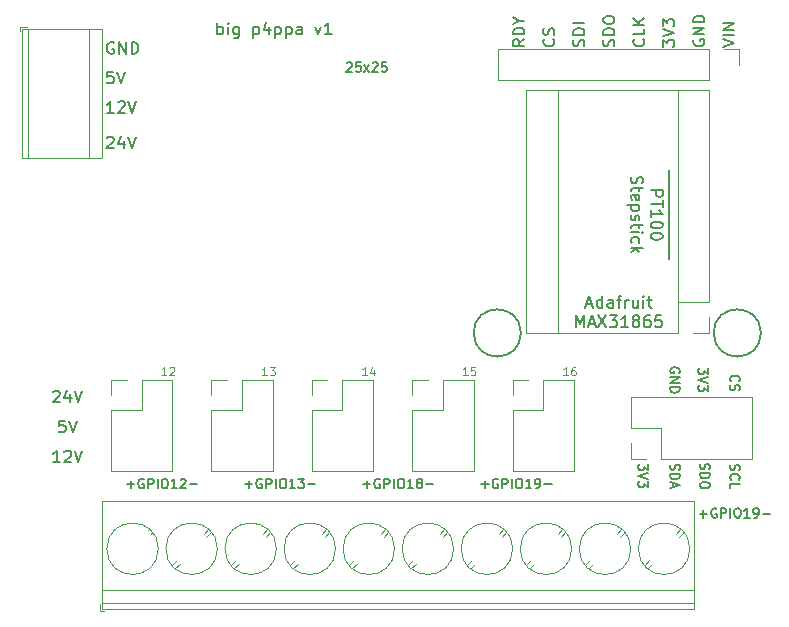
<source format=gbr>
%TF.GenerationSoftware,KiCad,Pcbnew,(5.1.9)-1*%
%TF.CreationDate,2021-03-07T19:12:45-05:00*%
%TF.ProjectId,bigp4ppa,62696770-3470-4706-912e-6b696361645f,rev?*%
%TF.SameCoordinates,Original*%
%TF.FileFunction,Legend,Top*%
%TF.FilePolarity,Positive*%
%FSLAX46Y46*%
G04 Gerber Fmt 4.6, Leading zero omitted, Abs format (unit mm)*
G04 Created by KiCad (PCBNEW (5.1.9)-1) date 2021-03-07 19:12:45*
%MOMM*%
%LPD*%
G01*
G04 APERTURE LIST*
%ADD10C,0.110000*%
%ADD11C,0.130000*%
%ADD12C,0.150000*%
%ADD13C,0.152400*%
%ADD14C,0.120000*%
%ADD15C,0.203200*%
G04 APERTURE END LIST*
D10*
X117328666Y-81666666D02*
X116928666Y-81666666D01*
X117128666Y-81666666D02*
X117128666Y-80966666D01*
X117062000Y-81066666D01*
X116995333Y-81133333D01*
X116928666Y-81166666D01*
X117928666Y-80966666D02*
X117795333Y-80966666D01*
X117728666Y-81000000D01*
X117695333Y-81033333D01*
X117628666Y-81133333D01*
X117595333Y-81266666D01*
X117595333Y-81533333D01*
X117628666Y-81600000D01*
X117662000Y-81633333D01*
X117728666Y-81666666D01*
X117862000Y-81666666D01*
X117928666Y-81633333D01*
X117962000Y-81600000D01*
X117995333Y-81533333D01*
X117995333Y-81366666D01*
X117962000Y-81300000D01*
X117928666Y-81266666D01*
X117862000Y-81233333D01*
X117728666Y-81233333D01*
X117662000Y-81266666D01*
X117628666Y-81300000D01*
X117595333Y-81366666D01*
X108828666Y-81666666D02*
X108428666Y-81666666D01*
X108628666Y-81666666D02*
X108628666Y-80966666D01*
X108562000Y-81066666D01*
X108495333Y-81133333D01*
X108428666Y-81166666D01*
X109462000Y-80966666D02*
X109128666Y-80966666D01*
X109095333Y-81300000D01*
X109128666Y-81266666D01*
X109195333Y-81233333D01*
X109362000Y-81233333D01*
X109428666Y-81266666D01*
X109462000Y-81300000D01*
X109495333Y-81366666D01*
X109495333Y-81533333D01*
X109462000Y-81600000D01*
X109428666Y-81633333D01*
X109362000Y-81666666D01*
X109195333Y-81666666D01*
X109128666Y-81633333D01*
X109095333Y-81600000D01*
X100328666Y-81666666D02*
X99928666Y-81666666D01*
X100128666Y-81666666D02*
X100128666Y-80966666D01*
X100062000Y-81066666D01*
X99995333Y-81133333D01*
X99928666Y-81166666D01*
X100928666Y-81200000D02*
X100928666Y-81666666D01*
X100762000Y-80933333D02*
X100595333Y-81433333D01*
X101028666Y-81433333D01*
X91828666Y-81666666D02*
X91428666Y-81666666D01*
X91628666Y-81666666D02*
X91628666Y-80966666D01*
X91562000Y-81066666D01*
X91495333Y-81133333D01*
X91428666Y-81166666D01*
X92062000Y-80966666D02*
X92495333Y-80966666D01*
X92262000Y-81233333D01*
X92362000Y-81233333D01*
X92428666Y-81266666D01*
X92462000Y-81300000D01*
X92495333Y-81366666D01*
X92495333Y-81533333D01*
X92462000Y-81600000D01*
X92428666Y-81633333D01*
X92362000Y-81666666D01*
X92162000Y-81666666D01*
X92095333Y-81633333D01*
X92062000Y-81600000D01*
X83328666Y-81666666D02*
X82928666Y-81666666D01*
X83128666Y-81666666D02*
X83128666Y-80966666D01*
X83062000Y-81066666D01*
X82995333Y-81133333D01*
X82928666Y-81166666D01*
X83595333Y-81033333D02*
X83628666Y-81000000D01*
X83695333Y-80966666D01*
X83862000Y-80966666D01*
X83928666Y-81000000D01*
X83962000Y-81033333D01*
X83995333Y-81100000D01*
X83995333Y-81166666D01*
X83962000Y-81266666D01*
X83562000Y-81666666D01*
X83995333Y-81666666D01*
D11*
X128490571Y-93407142D02*
X129100095Y-93407142D01*
X128795333Y-93711904D02*
X128795333Y-93102380D01*
X129900095Y-92950000D02*
X129823904Y-92911904D01*
X129709619Y-92911904D01*
X129595333Y-92950000D01*
X129519142Y-93026190D01*
X129481047Y-93102380D01*
X129442952Y-93254761D01*
X129442952Y-93369047D01*
X129481047Y-93521428D01*
X129519142Y-93597619D01*
X129595333Y-93673809D01*
X129709619Y-93711904D01*
X129785809Y-93711904D01*
X129900095Y-93673809D01*
X129938190Y-93635714D01*
X129938190Y-93369047D01*
X129785809Y-93369047D01*
X130281047Y-93711904D02*
X130281047Y-92911904D01*
X130585809Y-92911904D01*
X130662000Y-92950000D01*
X130700095Y-92988095D01*
X130738190Y-93064285D01*
X130738190Y-93178571D01*
X130700095Y-93254761D01*
X130662000Y-93292857D01*
X130585809Y-93330952D01*
X130281047Y-93330952D01*
X131081047Y-93711904D02*
X131081047Y-92911904D01*
X131614380Y-92911904D02*
X131766761Y-92911904D01*
X131842952Y-92950000D01*
X131919142Y-93026190D01*
X131957238Y-93178571D01*
X131957238Y-93445238D01*
X131919142Y-93597619D01*
X131842952Y-93673809D01*
X131766761Y-93711904D01*
X131614380Y-93711904D01*
X131538190Y-93673809D01*
X131462000Y-93597619D01*
X131423904Y-93445238D01*
X131423904Y-93178571D01*
X131462000Y-93026190D01*
X131538190Y-92950000D01*
X131614380Y-92911904D01*
X132719142Y-93711904D02*
X132262000Y-93711904D01*
X132490571Y-93711904D02*
X132490571Y-92911904D01*
X132414380Y-93026190D01*
X132338190Y-93102380D01*
X132262000Y-93140476D01*
X133100095Y-93711904D02*
X133252476Y-93711904D01*
X133328666Y-93673809D01*
X133366761Y-93635714D01*
X133442952Y-93521428D01*
X133481047Y-93369047D01*
X133481047Y-93064285D01*
X133442952Y-92988095D01*
X133404857Y-92950000D01*
X133328666Y-92911904D01*
X133176285Y-92911904D01*
X133100095Y-92950000D01*
X133062000Y-92988095D01*
X133023904Y-93064285D01*
X133023904Y-93254761D01*
X133062000Y-93330952D01*
X133100095Y-93369047D01*
X133176285Y-93407142D01*
X133328666Y-93407142D01*
X133404857Y-93369047D01*
X133442952Y-93330952D01*
X133481047Y-93254761D01*
X133823904Y-93407142D02*
X134433428Y-93407142D01*
X109990571Y-90907142D02*
X110600095Y-90907142D01*
X110295333Y-91211904D02*
X110295333Y-90602380D01*
X111400095Y-90450000D02*
X111323904Y-90411904D01*
X111209619Y-90411904D01*
X111095333Y-90450000D01*
X111019142Y-90526190D01*
X110981047Y-90602380D01*
X110942952Y-90754761D01*
X110942952Y-90869047D01*
X110981047Y-91021428D01*
X111019142Y-91097619D01*
X111095333Y-91173809D01*
X111209619Y-91211904D01*
X111285809Y-91211904D01*
X111400095Y-91173809D01*
X111438190Y-91135714D01*
X111438190Y-90869047D01*
X111285809Y-90869047D01*
X111781047Y-91211904D02*
X111781047Y-90411904D01*
X112085809Y-90411904D01*
X112162000Y-90450000D01*
X112200095Y-90488095D01*
X112238190Y-90564285D01*
X112238190Y-90678571D01*
X112200095Y-90754761D01*
X112162000Y-90792857D01*
X112085809Y-90830952D01*
X111781047Y-90830952D01*
X112581047Y-91211904D02*
X112581047Y-90411904D01*
X113114380Y-90411904D02*
X113266761Y-90411904D01*
X113342952Y-90450000D01*
X113419142Y-90526190D01*
X113457238Y-90678571D01*
X113457238Y-90945238D01*
X113419142Y-91097619D01*
X113342952Y-91173809D01*
X113266761Y-91211904D01*
X113114380Y-91211904D01*
X113038190Y-91173809D01*
X112962000Y-91097619D01*
X112923904Y-90945238D01*
X112923904Y-90678571D01*
X112962000Y-90526190D01*
X113038190Y-90450000D01*
X113114380Y-90411904D01*
X114219142Y-91211904D02*
X113762000Y-91211904D01*
X113990571Y-91211904D02*
X113990571Y-90411904D01*
X113914380Y-90526190D01*
X113838190Y-90602380D01*
X113762000Y-90640476D01*
X114600095Y-91211904D02*
X114752476Y-91211904D01*
X114828666Y-91173809D01*
X114866761Y-91135714D01*
X114942952Y-91021428D01*
X114981047Y-90869047D01*
X114981047Y-90564285D01*
X114942952Y-90488095D01*
X114904857Y-90450000D01*
X114828666Y-90411904D01*
X114676285Y-90411904D01*
X114600095Y-90450000D01*
X114562000Y-90488095D01*
X114523904Y-90564285D01*
X114523904Y-90754761D01*
X114562000Y-90830952D01*
X114600095Y-90869047D01*
X114676285Y-90907142D01*
X114828666Y-90907142D01*
X114904857Y-90869047D01*
X114942952Y-90830952D01*
X114981047Y-90754761D01*
X115323904Y-90907142D02*
X115933428Y-90907142D01*
X99990571Y-90907142D02*
X100600095Y-90907142D01*
X100295333Y-91211904D02*
X100295333Y-90602380D01*
X101400095Y-90450000D02*
X101323904Y-90411904D01*
X101209619Y-90411904D01*
X101095333Y-90450000D01*
X101019142Y-90526190D01*
X100981047Y-90602380D01*
X100942952Y-90754761D01*
X100942952Y-90869047D01*
X100981047Y-91021428D01*
X101019142Y-91097619D01*
X101095333Y-91173809D01*
X101209619Y-91211904D01*
X101285809Y-91211904D01*
X101400095Y-91173809D01*
X101438190Y-91135714D01*
X101438190Y-90869047D01*
X101285809Y-90869047D01*
X101781047Y-91211904D02*
X101781047Y-90411904D01*
X102085809Y-90411904D01*
X102162000Y-90450000D01*
X102200095Y-90488095D01*
X102238190Y-90564285D01*
X102238190Y-90678571D01*
X102200095Y-90754761D01*
X102162000Y-90792857D01*
X102085809Y-90830952D01*
X101781047Y-90830952D01*
X102581047Y-91211904D02*
X102581047Y-90411904D01*
X103114380Y-90411904D02*
X103266761Y-90411904D01*
X103342952Y-90450000D01*
X103419142Y-90526190D01*
X103457238Y-90678571D01*
X103457238Y-90945238D01*
X103419142Y-91097619D01*
X103342952Y-91173809D01*
X103266761Y-91211904D01*
X103114380Y-91211904D01*
X103038190Y-91173809D01*
X102962000Y-91097619D01*
X102923904Y-90945238D01*
X102923904Y-90678571D01*
X102962000Y-90526190D01*
X103038190Y-90450000D01*
X103114380Y-90411904D01*
X104219142Y-91211904D02*
X103762000Y-91211904D01*
X103990571Y-91211904D02*
X103990571Y-90411904D01*
X103914380Y-90526190D01*
X103838190Y-90602380D01*
X103762000Y-90640476D01*
X104676285Y-90754761D02*
X104600095Y-90716666D01*
X104562000Y-90678571D01*
X104523904Y-90602380D01*
X104523904Y-90564285D01*
X104562000Y-90488095D01*
X104600095Y-90450000D01*
X104676285Y-90411904D01*
X104828666Y-90411904D01*
X104904857Y-90450000D01*
X104942952Y-90488095D01*
X104981047Y-90564285D01*
X104981047Y-90602380D01*
X104942952Y-90678571D01*
X104904857Y-90716666D01*
X104828666Y-90754761D01*
X104676285Y-90754761D01*
X104600095Y-90792857D01*
X104562000Y-90830952D01*
X104523904Y-90907142D01*
X104523904Y-91059523D01*
X104562000Y-91135714D01*
X104600095Y-91173809D01*
X104676285Y-91211904D01*
X104828666Y-91211904D01*
X104904857Y-91173809D01*
X104942952Y-91135714D01*
X104981047Y-91059523D01*
X104981047Y-90907142D01*
X104942952Y-90830952D01*
X104904857Y-90792857D01*
X104828666Y-90754761D01*
X105323904Y-90907142D02*
X105933428Y-90907142D01*
X89990571Y-90907142D02*
X90600095Y-90907142D01*
X90295333Y-91211904D02*
X90295333Y-90602380D01*
X91400095Y-90450000D02*
X91323904Y-90411904D01*
X91209619Y-90411904D01*
X91095333Y-90450000D01*
X91019142Y-90526190D01*
X90981047Y-90602380D01*
X90942952Y-90754761D01*
X90942952Y-90869047D01*
X90981047Y-91021428D01*
X91019142Y-91097619D01*
X91095333Y-91173809D01*
X91209619Y-91211904D01*
X91285809Y-91211904D01*
X91400095Y-91173809D01*
X91438190Y-91135714D01*
X91438190Y-90869047D01*
X91285809Y-90869047D01*
X91781047Y-91211904D02*
X91781047Y-90411904D01*
X92085809Y-90411904D01*
X92162000Y-90450000D01*
X92200095Y-90488095D01*
X92238190Y-90564285D01*
X92238190Y-90678571D01*
X92200095Y-90754761D01*
X92162000Y-90792857D01*
X92085809Y-90830952D01*
X91781047Y-90830952D01*
X92581047Y-91211904D02*
X92581047Y-90411904D01*
X93114380Y-90411904D02*
X93266761Y-90411904D01*
X93342952Y-90450000D01*
X93419142Y-90526190D01*
X93457238Y-90678571D01*
X93457238Y-90945238D01*
X93419142Y-91097619D01*
X93342952Y-91173809D01*
X93266761Y-91211904D01*
X93114380Y-91211904D01*
X93038190Y-91173809D01*
X92962000Y-91097619D01*
X92923904Y-90945238D01*
X92923904Y-90678571D01*
X92962000Y-90526190D01*
X93038190Y-90450000D01*
X93114380Y-90411904D01*
X94219142Y-91211904D02*
X93762000Y-91211904D01*
X93990571Y-91211904D02*
X93990571Y-90411904D01*
X93914380Y-90526190D01*
X93838190Y-90602380D01*
X93762000Y-90640476D01*
X94485809Y-90411904D02*
X94981047Y-90411904D01*
X94714380Y-90716666D01*
X94828666Y-90716666D01*
X94904857Y-90754761D01*
X94942952Y-90792857D01*
X94981047Y-90869047D01*
X94981047Y-91059523D01*
X94942952Y-91135714D01*
X94904857Y-91173809D01*
X94828666Y-91211904D01*
X94600095Y-91211904D01*
X94523904Y-91173809D01*
X94485809Y-91135714D01*
X95323904Y-90907142D02*
X95933428Y-90907142D01*
X79990571Y-90907142D02*
X80600095Y-90907142D01*
X80295333Y-91211904D02*
X80295333Y-90602380D01*
X81400095Y-90450000D02*
X81323904Y-90411904D01*
X81209619Y-90411904D01*
X81095333Y-90450000D01*
X81019142Y-90526190D01*
X80981047Y-90602380D01*
X80942952Y-90754761D01*
X80942952Y-90869047D01*
X80981047Y-91021428D01*
X81019142Y-91097619D01*
X81095333Y-91173809D01*
X81209619Y-91211904D01*
X81285809Y-91211904D01*
X81400095Y-91173809D01*
X81438190Y-91135714D01*
X81438190Y-90869047D01*
X81285809Y-90869047D01*
X81781047Y-91211904D02*
X81781047Y-90411904D01*
X82085809Y-90411904D01*
X82162000Y-90450000D01*
X82200095Y-90488095D01*
X82238190Y-90564285D01*
X82238190Y-90678571D01*
X82200095Y-90754761D01*
X82162000Y-90792857D01*
X82085809Y-90830952D01*
X81781047Y-90830952D01*
X82581047Y-91211904D02*
X82581047Y-90411904D01*
X83114380Y-90411904D02*
X83266761Y-90411904D01*
X83342952Y-90450000D01*
X83419142Y-90526190D01*
X83457238Y-90678571D01*
X83457238Y-90945238D01*
X83419142Y-91097619D01*
X83342952Y-91173809D01*
X83266761Y-91211904D01*
X83114380Y-91211904D01*
X83038190Y-91173809D01*
X82962000Y-91097619D01*
X82923904Y-90945238D01*
X82923904Y-90678571D01*
X82962000Y-90526190D01*
X83038190Y-90450000D01*
X83114380Y-90411904D01*
X84219142Y-91211904D02*
X83762000Y-91211904D01*
X83990571Y-91211904D02*
X83990571Y-90411904D01*
X83914380Y-90526190D01*
X83838190Y-90602380D01*
X83762000Y-90640476D01*
X84523904Y-90488095D02*
X84562000Y-90450000D01*
X84638190Y-90411904D01*
X84828666Y-90411904D01*
X84904857Y-90450000D01*
X84942952Y-90488095D01*
X84981047Y-90564285D01*
X84981047Y-90640476D01*
X84942952Y-90754761D01*
X84485809Y-91211904D01*
X84981047Y-91211904D01*
X85323904Y-90907142D02*
X85933428Y-90907142D01*
X129158095Y-81071523D02*
X129158095Y-81566761D01*
X128853333Y-81300095D01*
X128853333Y-81414380D01*
X128815238Y-81490571D01*
X128777142Y-81528666D01*
X128700952Y-81566761D01*
X128510476Y-81566761D01*
X128434285Y-81528666D01*
X128396190Y-81490571D01*
X128358095Y-81414380D01*
X128358095Y-81185809D01*
X128396190Y-81109619D01*
X128434285Y-81071523D01*
X129158095Y-81795333D02*
X128358095Y-82062000D01*
X129158095Y-82328666D01*
X129158095Y-82519142D02*
X129158095Y-83014380D01*
X128853333Y-82747714D01*
X128853333Y-82862000D01*
X128815238Y-82938190D01*
X128777142Y-82976285D01*
X128700952Y-83014380D01*
X128510476Y-83014380D01*
X128434285Y-82976285D01*
X128396190Y-82938190D01*
X128358095Y-82862000D01*
X128358095Y-82633428D01*
X128396190Y-82557238D01*
X128434285Y-82519142D01*
D12*
X125887380Y-64240476D02*
X125887380Y-65002380D01*
X125887380Y-65002380D02*
X125887380Y-65764285D01*
X125887380Y-65764285D02*
X125887380Y-66526190D01*
X125887380Y-66526190D02*
X125887380Y-67288095D01*
X125887380Y-67288095D02*
X125887380Y-68050000D01*
X125887380Y-68050000D02*
X125887380Y-68811904D01*
X125887380Y-68811904D02*
X125887380Y-69573809D01*
X125887380Y-69573809D02*
X125887380Y-70335714D01*
X125887380Y-70335714D02*
X125887380Y-71097619D01*
X125887380Y-71097619D02*
X125887380Y-71859523D01*
X124332619Y-65978571D02*
X125332619Y-65978571D01*
X125332619Y-66359523D01*
X125285000Y-66454761D01*
X125237380Y-66502380D01*
X125142142Y-66550000D01*
X124999285Y-66550000D01*
X124904047Y-66502380D01*
X124856428Y-66454761D01*
X124808809Y-66359523D01*
X124808809Y-65978571D01*
X125332619Y-66835714D02*
X125332619Y-67407142D01*
X124332619Y-67121428D02*
X125332619Y-67121428D01*
X124332619Y-68264285D02*
X124332619Y-67692857D01*
X124332619Y-67978571D02*
X125332619Y-67978571D01*
X125189761Y-67883333D01*
X125094523Y-67788095D01*
X125046904Y-67692857D01*
X125332619Y-68883333D02*
X125332619Y-68978571D01*
X125285000Y-69073809D01*
X125237380Y-69121428D01*
X125142142Y-69169047D01*
X124951666Y-69216666D01*
X124713571Y-69216666D01*
X124523095Y-69169047D01*
X124427857Y-69121428D01*
X124380238Y-69073809D01*
X124332619Y-68978571D01*
X124332619Y-68883333D01*
X124380238Y-68788095D01*
X124427857Y-68740476D01*
X124523095Y-68692857D01*
X124713571Y-68645238D01*
X124951666Y-68645238D01*
X125142142Y-68692857D01*
X125237380Y-68740476D01*
X125285000Y-68788095D01*
X125332619Y-68883333D01*
X125332619Y-69835714D02*
X125332619Y-69930952D01*
X125285000Y-70026190D01*
X125237380Y-70073809D01*
X125142142Y-70121428D01*
X124951666Y-70169047D01*
X124713571Y-70169047D01*
X124523095Y-70121428D01*
X124427857Y-70073809D01*
X124380238Y-70026190D01*
X124332619Y-69930952D01*
X124332619Y-69835714D01*
X124380238Y-69740476D01*
X124427857Y-69692857D01*
X124523095Y-69645238D01*
X124713571Y-69597619D01*
X124951666Y-69597619D01*
X125142142Y-69645238D01*
X125237380Y-69692857D01*
X125285000Y-69740476D01*
X125332619Y-69835714D01*
X122730238Y-64835714D02*
X122682619Y-64978571D01*
X122682619Y-65216666D01*
X122730238Y-65311904D01*
X122777857Y-65359523D01*
X122873095Y-65407142D01*
X122968333Y-65407142D01*
X123063571Y-65359523D01*
X123111190Y-65311904D01*
X123158809Y-65216666D01*
X123206428Y-65026190D01*
X123254047Y-64930952D01*
X123301666Y-64883333D01*
X123396904Y-64835714D01*
X123492142Y-64835714D01*
X123587380Y-64883333D01*
X123635000Y-64930952D01*
X123682619Y-65026190D01*
X123682619Y-65264285D01*
X123635000Y-65407142D01*
X123349285Y-65692857D02*
X123349285Y-66073809D01*
X123682619Y-65835714D02*
X122825476Y-65835714D01*
X122730238Y-65883333D01*
X122682619Y-65978571D01*
X122682619Y-66073809D01*
X122730238Y-66788095D02*
X122682619Y-66692857D01*
X122682619Y-66502380D01*
X122730238Y-66407142D01*
X122825476Y-66359523D01*
X123206428Y-66359523D01*
X123301666Y-66407142D01*
X123349285Y-66502380D01*
X123349285Y-66692857D01*
X123301666Y-66788095D01*
X123206428Y-66835714D01*
X123111190Y-66835714D01*
X123015952Y-66359523D01*
X123349285Y-67264285D02*
X122349285Y-67264285D01*
X123301666Y-67264285D02*
X123349285Y-67359523D01*
X123349285Y-67550000D01*
X123301666Y-67645238D01*
X123254047Y-67692857D01*
X123158809Y-67740476D01*
X122873095Y-67740476D01*
X122777857Y-67692857D01*
X122730238Y-67645238D01*
X122682619Y-67550000D01*
X122682619Y-67359523D01*
X122730238Y-67264285D01*
X122730238Y-68121428D02*
X122682619Y-68216666D01*
X122682619Y-68407142D01*
X122730238Y-68502380D01*
X122825476Y-68550000D01*
X122873095Y-68550000D01*
X122968333Y-68502380D01*
X123015952Y-68407142D01*
X123015952Y-68264285D01*
X123063571Y-68169047D01*
X123158809Y-68121428D01*
X123206428Y-68121428D01*
X123301666Y-68169047D01*
X123349285Y-68264285D01*
X123349285Y-68407142D01*
X123301666Y-68502380D01*
X123349285Y-68835714D02*
X123349285Y-69216666D01*
X123682619Y-68978571D02*
X122825476Y-68978571D01*
X122730238Y-69026190D01*
X122682619Y-69121428D01*
X122682619Y-69216666D01*
X122682619Y-69550000D02*
X123349285Y-69550000D01*
X123682619Y-69550000D02*
X123635000Y-69502380D01*
X123587380Y-69550000D01*
X123635000Y-69597619D01*
X123682619Y-69550000D01*
X123587380Y-69550000D01*
X122730238Y-70454761D02*
X122682619Y-70359523D01*
X122682619Y-70169047D01*
X122730238Y-70073809D01*
X122777857Y-70026190D01*
X122873095Y-69978571D01*
X123158809Y-69978571D01*
X123254047Y-70026190D01*
X123301666Y-70073809D01*
X123349285Y-70169047D01*
X123349285Y-70359523D01*
X123301666Y-70454761D01*
X122682619Y-70883333D02*
X123682619Y-70883333D01*
X123063571Y-70978571D02*
X122682619Y-71264285D01*
X123349285Y-71264285D02*
X122968333Y-70883333D01*
X118895714Y-75646666D02*
X119371904Y-75646666D01*
X118800476Y-75932380D02*
X119133809Y-74932380D01*
X119467142Y-75932380D01*
X120229047Y-75932380D02*
X120229047Y-74932380D01*
X120229047Y-75884761D02*
X120133809Y-75932380D01*
X119943333Y-75932380D01*
X119848095Y-75884761D01*
X119800476Y-75837142D01*
X119752857Y-75741904D01*
X119752857Y-75456190D01*
X119800476Y-75360952D01*
X119848095Y-75313333D01*
X119943333Y-75265714D01*
X120133809Y-75265714D01*
X120229047Y-75313333D01*
X121133809Y-75932380D02*
X121133809Y-75408571D01*
X121086190Y-75313333D01*
X120990952Y-75265714D01*
X120800476Y-75265714D01*
X120705238Y-75313333D01*
X121133809Y-75884761D02*
X121038571Y-75932380D01*
X120800476Y-75932380D01*
X120705238Y-75884761D01*
X120657619Y-75789523D01*
X120657619Y-75694285D01*
X120705238Y-75599047D01*
X120800476Y-75551428D01*
X121038571Y-75551428D01*
X121133809Y-75503809D01*
X121467142Y-75265714D02*
X121848095Y-75265714D01*
X121610000Y-75932380D02*
X121610000Y-75075238D01*
X121657619Y-74980000D01*
X121752857Y-74932380D01*
X121848095Y-74932380D01*
X122181428Y-75932380D02*
X122181428Y-75265714D01*
X122181428Y-75456190D02*
X122229047Y-75360952D01*
X122276666Y-75313333D01*
X122371904Y-75265714D01*
X122467142Y-75265714D01*
X123229047Y-75265714D02*
X123229047Y-75932380D01*
X122800476Y-75265714D02*
X122800476Y-75789523D01*
X122848095Y-75884761D01*
X122943333Y-75932380D01*
X123086190Y-75932380D01*
X123181428Y-75884761D01*
X123229047Y-75837142D01*
X123705238Y-75932380D02*
X123705238Y-75265714D01*
X123705238Y-74932380D02*
X123657619Y-74980000D01*
X123705238Y-75027619D01*
X123752857Y-74980000D01*
X123705238Y-74932380D01*
X123705238Y-75027619D01*
X124038571Y-75265714D02*
X124419523Y-75265714D01*
X124181428Y-74932380D02*
X124181428Y-75789523D01*
X124229047Y-75884761D01*
X124324285Y-75932380D01*
X124419523Y-75932380D01*
X117990952Y-77582380D02*
X117990952Y-76582380D01*
X118324285Y-77296666D01*
X118657619Y-76582380D01*
X118657619Y-77582380D01*
X119086190Y-77296666D02*
X119562380Y-77296666D01*
X118990952Y-77582380D02*
X119324285Y-76582380D01*
X119657619Y-77582380D01*
X119895714Y-76582380D02*
X120562380Y-77582380D01*
X120562380Y-76582380D02*
X119895714Y-77582380D01*
X120848095Y-76582380D02*
X121467142Y-76582380D01*
X121133809Y-76963333D01*
X121276666Y-76963333D01*
X121371904Y-77010952D01*
X121419523Y-77058571D01*
X121467142Y-77153809D01*
X121467142Y-77391904D01*
X121419523Y-77487142D01*
X121371904Y-77534761D01*
X121276666Y-77582380D01*
X120990952Y-77582380D01*
X120895714Y-77534761D01*
X120848095Y-77487142D01*
X122419523Y-77582380D02*
X121848095Y-77582380D01*
X122133809Y-77582380D02*
X122133809Y-76582380D01*
X122038571Y-76725238D01*
X121943333Y-76820476D01*
X121848095Y-76868095D01*
X122990952Y-77010952D02*
X122895714Y-76963333D01*
X122848095Y-76915714D01*
X122800476Y-76820476D01*
X122800476Y-76772857D01*
X122848095Y-76677619D01*
X122895714Y-76630000D01*
X122990952Y-76582380D01*
X123181428Y-76582380D01*
X123276666Y-76630000D01*
X123324285Y-76677619D01*
X123371904Y-76772857D01*
X123371904Y-76820476D01*
X123324285Y-76915714D01*
X123276666Y-76963333D01*
X123181428Y-77010952D01*
X122990952Y-77010952D01*
X122895714Y-77058571D01*
X122848095Y-77106190D01*
X122800476Y-77201428D01*
X122800476Y-77391904D01*
X122848095Y-77487142D01*
X122895714Y-77534761D01*
X122990952Y-77582380D01*
X123181428Y-77582380D01*
X123276666Y-77534761D01*
X123324285Y-77487142D01*
X123371904Y-77391904D01*
X123371904Y-77201428D01*
X123324285Y-77106190D01*
X123276666Y-77058571D01*
X123181428Y-77010952D01*
X124229047Y-76582380D02*
X124038571Y-76582380D01*
X123943333Y-76630000D01*
X123895714Y-76677619D01*
X123800476Y-76820476D01*
X123752857Y-77010952D01*
X123752857Y-77391904D01*
X123800476Y-77487142D01*
X123848095Y-77534761D01*
X123943333Y-77582380D01*
X124133809Y-77582380D01*
X124229047Y-77534761D01*
X124276666Y-77487142D01*
X124324285Y-77391904D01*
X124324285Y-77153809D01*
X124276666Y-77058571D01*
X124229047Y-77010952D01*
X124133809Y-76963333D01*
X123943333Y-76963333D01*
X123848095Y-77010952D01*
X123800476Y-77058571D01*
X123752857Y-77153809D01*
X125229047Y-76582380D02*
X124752857Y-76582380D01*
X124705238Y-77058571D01*
X124752857Y-77010952D01*
X124848095Y-76963333D01*
X125086190Y-76963333D01*
X125181428Y-77010952D01*
X125229047Y-77058571D01*
X125276666Y-77153809D01*
X125276666Y-77391904D01*
X125229047Y-77487142D01*
X125181428Y-77534761D01*
X125086190Y-77582380D01*
X124848095Y-77582380D01*
X124752857Y-77534761D01*
X124705238Y-77487142D01*
X87652476Y-52802380D02*
X87652476Y-51802380D01*
X87652476Y-52183333D02*
X87747714Y-52135714D01*
X87938190Y-52135714D01*
X88033428Y-52183333D01*
X88081047Y-52230952D01*
X88128666Y-52326190D01*
X88128666Y-52611904D01*
X88081047Y-52707142D01*
X88033428Y-52754761D01*
X87938190Y-52802380D01*
X87747714Y-52802380D01*
X87652476Y-52754761D01*
X88557238Y-52802380D02*
X88557238Y-52135714D01*
X88557238Y-51802380D02*
X88509619Y-51850000D01*
X88557238Y-51897619D01*
X88604857Y-51850000D01*
X88557238Y-51802380D01*
X88557238Y-51897619D01*
X89462000Y-52135714D02*
X89462000Y-52945238D01*
X89414380Y-53040476D01*
X89366761Y-53088095D01*
X89271523Y-53135714D01*
X89128666Y-53135714D01*
X89033428Y-53088095D01*
X89462000Y-52754761D02*
X89366761Y-52802380D01*
X89176285Y-52802380D01*
X89081047Y-52754761D01*
X89033428Y-52707142D01*
X88985809Y-52611904D01*
X88985809Y-52326190D01*
X89033428Y-52230952D01*
X89081047Y-52183333D01*
X89176285Y-52135714D01*
X89366761Y-52135714D01*
X89462000Y-52183333D01*
X90700095Y-52135714D02*
X90700095Y-53135714D01*
X90700095Y-52183333D02*
X90795333Y-52135714D01*
X90985809Y-52135714D01*
X91081047Y-52183333D01*
X91128666Y-52230952D01*
X91176285Y-52326190D01*
X91176285Y-52611904D01*
X91128666Y-52707142D01*
X91081047Y-52754761D01*
X90985809Y-52802380D01*
X90795333Y-52802380D01*
X90700095Y-52754761D01*
X92033428Y-52135714D02*
X92033428Y-52802380D01*
X91795333Y-51754761D02*
X91557238Y-52469047D01*
X92176285Y-52469047D01*
X92557238Y-52135714D02*
X92557238Y-53135714D01*
X92557238Y-52183333D02*
X92652476Y-52135714D01*
X92842952Y-52135714D01*
X92938190Y-52183333D01*
X92985809Y-52230952D01*
X93033428Y-52326190D01*
X93033428Y-52611904D01*
X92985809Y-52707142D01*
X92938190Y-52754761D01*
X92842952Y-52802380D01*
X92652476Y-52802380D01*
X92557238Y-52754761D01*
X93462000Y-52135714D02*
X93462000Y-53135714D01*
X93462000Y-52183333D02*
X93557238Y-52135714D01*
X93747714Y-52135714D01*
X93842952Y-52183333D01*
X93890571Y-52230952D01*
X93938190Y-52326190D01*
X93938190Y-52611904D01*
X93890571Y-52707142D01*
X93842952Y-52754761D01*
X93747714Y-52802380D01*
X93557238Y-52802380D01*
X93462000Y-52754761D01*
X94795333Y-52802380D02*
X94795333Y-52278571D01*
X94747714Y-52183333D01*
X94652476Y-52135714D01*
X94462000Y-52135714D01*
X94366761Y-52183333D01*
X94795333Y-52754761D02*
X94700095Y-52802380D01*
X94462000Y-52802380D01*
X94366761Y-52754761D01*
X94319142Y-52659523D01*
X94319142Y-52564285D01*
X94366761Y-52469047D01*
X94462000Y-52421428D01*
X94700095Y-52421428D01*
X94795333Y-52373809D01*
X95938190Y-52135714D02*
X96176285Y-52802380D01*
X96414380Y-52135714D01*
X97319142Y-52802380D02*
X96747714Y-52802380D01*
X97033428Y-52802380D02*
X97033428Y-51802380D01*
X96938190Y-51945238D01*
X96842952Y-52040476D01*
X96747714Y-52088095D01*
D11*
X124078095Y-89199523D02*
X124078095Y-89694761D01*
X123773333Y-89428095D01*
X123773333Y-89542380D01*
X123735238Y-89618571D01*
X123697142Y-89656666D01*
X123620952Y-89694761D01*
X123430476Y-89694761D01*
X123354285Y-89656666D01*
X123316190Y-89618571D01*
X123278095Y-89542380D01*
X123278095Y-89313809D01*
X123316190Y-89237619D01*
X123354285Y-89199523D01*
X124078095Y-89923333D02*
X123278095Y-90190000D01*
X124078095Y-90456666D01*
X124078095Y-90647142D02*
X124078095Y-91142380D01*
X123773333Y-90875714D01*
X123773333Y-90990000D01*
X123735238Y-91066190D01*
X123697142Y-91104285D01*
X123620952Y-91142380D01*
X123430476Y-91142380D01*
X123354285Y-91104285D01*
X123316190Y-91066190D01*
X123278095Y-90990000D01*
X123278095Y-90761428D01*
X123316190Y-90685238D01*
X123354285Y-90647142D01*
X126732400Y-81452476D02*
X126770495Y-81376285D01*
X126770495Y-81262000D01*
X126732400Y-81147714D01*
X126656209Y-81071523D01*
X126580019Y-81033428D01*
X126427638Y-80995333D01*
X126313352Y-80995333D01*
X126160971Y-81033428D01*
X126084780Y-81071523D01*
X126008590Y-81147714D01*
X125970495Y-81262000D01*
X125970495Y-81338190D01*
X126008590Y-81452476D01*
X126046685Y-81490571D01*
X126313352Y-81490571D01*
X126313352Y-81338190D01*
X125970495Y-81833428D02*
X126770495Y-81833428D01*
X125970495Y-82290571D01*
X126770495Y-82290571D01*
X125970495Y-82671523D02*
X126770495Y-82671523D01*
X126770495Y-82862000D01*
X126732400Y-82976285D01*
X126656209Y-83052476D01*
X126580019Y-83090571D01*
X126427638Y-83128666D01*
X126313352Y-83128666D01*
X126160971Y-83090571D01*
X126084780Y-83052476D01*
X126008590Y-82976285D01*
X125970495Y-82862000D01*
X125970495Y-82671523D01*
X126008590Y-89218571D02*
X125970495Y-89332857D01*
X125970495Y-89523333D01*
X126008590Y-89599523D01*
X126046685Y-89637619D01*
X126122876Y-89675714D01*
X126199066Y-89675714D01*
X126275257Y-89637619D01*
X126313352Y-89599523D01*
X126351447Y-89523333D01*
X126389542Y-89370952D01*
X126427638Y-89294761D01*
X126465733Y-89256666D01*
X126541923Y-89218571D01*
X126618114Y-89218571D01*
X126694304Y-89256666D01*
X126732400Y-89294761D01*
X126770495Y-89370952D01*
X126770495Y-89561428D01*
X126732400Y-89675714D01*
X125970495Y-90018571D02*
X126770495Y-90018571D01*
X126770495Y-90209047D01*
X126732400Y-90323333D01*
X126656209Y-90399523D01*
X126580019Y-90437619D01*
X126427638Y-90475714D01*
X126313352Y-90475714D01*
X126160971Y-90437619D01*
X126084780Y-90399523D01*
X126008590Y-90323333D01*
X125970495Y-90209047D01*
X125970495Y-90018571D01*
X126199066Y-90780476D02*
X126199066Y-91161428D01*
X125970495Y-90704285D02*
X126770495Y-90970952D01*
X125970495Y-91237619D01*
X128548590Y-89142380D02*
X128510495Y-89256666D01*
X128510495Y-89447142D01*
X128548590Y-89523333D01*
X128586685Y-89561428D01*
X128662876Y-89599523D01*
X128739066Y-89599523D01*
X128815257Y-89561428D01*
X128853352Y-89523333D01*
X128891447Y-89447142D01*
X128929542Y-89294761D01*
X128967638Y-89218571D01*
X129005733Y-89180476D01*
X129081923Y-89142380D01*
X129158114Y-89142380D01*
X129234304Y-89180476D01*
X129272400Y-89218571D01*
X129310495Y-89294761D01*
X129310495Y-89485238D01*
X129272400Y-89599523D01*
X128510495Y-89942380D02*
X129310495Y-89942380D01*
X129310495Y-90132857D01*
X129272400Y-90247142D01*
X129196209Y-90323333D01*
X129120019Y-90361428D01*
X128967638Y-90399523D01*
X128853352Y-90399523D01*
X128700971Y-90361428D01*
X128624780Y-90323333D01*
X128548590Y-90247142D01*
X128510495Y-90132857D01*
X128510495Y-89942380D01*
X129310495Y-90894761D02*
X129310495Y-91047142D01*
X129272400Y-91123333D01*
X129196209Y-91199523D01*
X129043828Y-91237619D01*
X128777161Y-91237619D01*
X128624780Y-91199523D01*
X128548590Y-91123333D01*
X128510495Y-91047142D01*
X128510495Y-90894761D01*
X128548590Y-90818571D01*
X128624780Y-90742380D01*
X128777161Y-90704285D01*
X129043828Y-90704285D01*
X129196209Y-90742380D01*
X129272400Y-90818571D01*
X129310495Y-90894761D01*
X131088590Y-89237619D02*
X131050495Y-89351904D01*
X131050495Y-89542380D01*
X131088590Y-89618571D01*
X131126685Y-89656666D01*
X131202876Y-89694761D01*
X131279066Y-89694761D01*
X131355257Y-89656666D01*
X131393352Y-89618571D01*
X131431447Y-89542380D01*
X131469542Y-89390000D01*
X131507638Y-89313809D01*
X131545733Y-89275714D01*
X131621923Y-89237619D01*
X131698114Y-89237619D01*
X131774304Y-89275714D01*
X131812400Y-89313809D01*
X131850495Y-89390000D01*
X131850495Y-89580476D01*
X131812400Y-89694761D01*
X131126685Y-90494761D02*
X131088590Y-90456666D01*
X131050495Y-90342380D01*
X131050495Y-90266190D01*
X131088590Y-90151904D01*
X131164780Y-90075714D01*
X131240971Y-90037619D01*
X131393352Y-89999523D01*
X131507638Y-89999523D01*
X131660019Y-90037619D01*
X131736209Y-90075714D01*
X131812400Y-90151904D01*
X131850495Y-90266190D01*
X131850495Y-90342380D01*
X131812400Y-90456666D01*
X131774304Y-90494761D01*
X131050495Y-91218571D02*
X131050495Y-90837619D01*
X131850495Y-90837619D01*
X131126685Y-82182666D02*
X131088590Y-82144571D01*
X131050495Y-82030285D01*
X131050495Y-81954095D01*
X131088590Y-81839809D01*
X131164780Y-81763619D01*
X131240971Y-81725523D01*
X131393352Y-81687428D01*
X131507638Y-81687428D01*
X131660019Y-81725523D01*
X131736209Y-81763619D01*
X131812400Y-81839809D01*
X131850495Y-81954095D01*
X131850495Y-82030285D01*
X131812400Y-82144571D01*
X131774304Y-82182666D01*
X131088590Y-82487428D02*
X131050495Y-82601714D01*
X131050495Y-82792190D01*
X131088590Y-82868380D01*
X131126685Y-82906476D01*
X131202876Y-82944571D01*
X131279066Y-82944571D01*
X131355257Y-82906476D01*
X131393352Y-82868380D01*
X131431447Y-82792190D01*
X131469542Y-82639809D01*
X131507638Y-82563619D01*
X131545733Y-82525523D01*
X131621923Y-82487428D01*
X131698114Y-82487428D01*
X131774304Y-82525523D01*
X131812400Y-82563619D01*
X131850495Y-82639809D01*
X131850495Y-82830285D01*
X131812400Y-82944571D01*
D12*
X78287976Y-61547619D02*
X78335595Y-61500000D01*
X78430833Y-61452380D01*
X78668928Y-61452380D01*
X78764166Y-61500000D01*
X78811785Y-61547619D01*
X78859404Y-61642857D01*
X78859404Y-61738095D01*
X78811785Y-61880952D01*
X78240357Y-62452380D01*
X78859404Y-62452380D01*
X79716547Y-61785714D02*
X79716547Y-62452380D01*
X79478452Y-61404761D02*
X79240357Y-62119047D01*
X79859404Y-62119047D01*
X80097500Y-61452380D02*
X80430833Y-62452380D01*
X80764166Y-61452380D01*
X78859404Y-59452380D02*
X78287976Y-59452380D01*
X78573690Y-59452380D02*
X78573690Y-58452380D01*
X78478452Y-58595238D01*
X78383214Y-58690476D01*
X78287976Y-58738095D01*
X79240357Y-58547619D02*
X79287976Y-58500000D01*
X79383214Y-58452380D01*
X79621309Y-58452380D01*
X79716547Y-58500000D01*
X79764166Y-58547619D01*
X79811785Y-58642857D01*
X79811785Y-58738095D01*
X79764166Y-58880952D01*
X79192738Y-59452380D01*
X79811785Y-59452380D01*
X80097500Y-58452380D02*
X80430833Y-59452380D01*
X80764166Y-58452380D01*
X78811785Y-55952380D02*
X78335595Y-55952380D01*
X78287976Y-56428571D01*
X78335595Y-56380952D01*
X78430833Y-56333333D01*
X78668928Y-56333333D01*
X78764166Y-56380952D01*
X78811785Y-56428571D01*
X78859404Y-56523809D01*
X78859404Y-56761904D01*
X78811785Y-56857142D01*
X78764166Y-56904761D01*
X78668928Y-56952380D01*
X78430833Y-56952380D01*
X78335595Y-56904761D01*
X78287976Y-56857142D01*
X79145119Y-55952380D02*
X79478452Y-56952380D01*
X79811785Y-55952380D01*
X78859404Y-53500000D02*
X78764166Y-53452380D01*
X78621309Y-53452380D01*
X78478452Y-53500000D01*
X78383214Y-53595238D01*
X78335595Y-53690476D01*
X78287976Y-53880952D01*
X78287976Y-54023809D01*
X78335595Y-54214285D01*
X78383214Y-54309523D01*
X78478452Y-54404761D01*
X78621309Y-54452380D01*
X78716547Y-54452380D01*
X78859404Y-54404761D01*
X78907023Y-54357142D01*
X78907023Y-54023809D01*
X78716547Y-54023809D01*
X79335595Y-54452380D02*
X79335595Y-53452380D01*
X79907023Y-54452380D01*
X79907023Y-53452380D01*
X80383214Y-54452380D02*
X80383214Y-53452380D01*
X80621309Y-53452380D01*
X80764166Y-53500000D01*
X80859404Y-53595238D01*
X80907023Y-53690476D01*
X80954642Y-53880952D01*
X80954642Y-54023809D01*
X80907023Y-54214285D01*
X80859404Y-54309523D01*
X80764166Y-54404761D01*
X80621309Y-54452380D01*
X80383214Y-54452380D01*
X74310952Y-89034880D02*
X73739523Y-89034880D01*
X74025238Y-89034880D02*
X74025238Y-88034880D01*
X73930000Y-88177738D01*
X73834761Y-88272976D01*
X73739523Y-88320595D01*
X74691904Y-88130119D02*
X74739523Y-88082500D01*
X74834761Y-88034880D01*
X75072857Y-88034880D01*
X75168095Y-88082500D01*
X75215714Y-88130119D01*
X75263333Y-88225357D01*
X75263333Y-88320595D01*
X75215714Y-88463452D01*
X74644285Y-89034880D01*
X75263333Y-89034880D01*
X75549047Y-88034880D02*
X75882380Y-89034880D01*
X76215714Y-88034880D01*
X74739523Y-85494880D02*
X74263333Y-85494880D01*
X74215714Y-85971071D01*
X74263333Y-85923452D01*
X74358571Y-85875833D01*
X74596666Y-85875833D01*
X74691904Y-85923452D01*
X74739523Y-85971071D01*
X74787142Y-86066309D01*
X74787142Y-86304404D01*
X74739523Y-86399642D01*
X74691904Y-86447261D01*
X74596666Y-86494880D01*
X74358571Y-86494880D01*
X74263333Y-86447261D01*
X74215714Y-86399642D01*
X75072857Y-85494880D02*
X75406190Y-86494880D01*
X75739523Y-85494880D01*
X73739523Y-83050119D02*
X73787142Y-83002500D01*
X73882380Y-82954880D01*
X74120476Y-82954880D01*
X74215714Y-83002500D01*
X74263333Y-83050119D01*
X74310952Y-83145357D01*
X74310952Y-83240595D01*
X74263333Y-83383452D01*
X73691904Y-83954880D01*
X74310952Y-83954880D01*
X75168095Y-83288214D02*
X75168095Y-83954880D01*
X74930000Y-82907261D02*
X74691904Y-83621547D01*
X75310952Y-83621547D01*
X75549047Y-82954880D02*
X75882380Y-83954880D01*
X76215714Y-82954880D01*
D13*
X123707314Y-53199587D02*
X123753276Y-53245549D01*
X123799238Y-53383435D01*
X123799238Y-53475359D01*
X123753276Y-53613244D01*
X123661352Y-53705168D01*
X123569428Y-53751130D01*
X123385580Y-53797092D01*
X123247695Y-53797092D01*
X123063847Y-53751130D01*
X122971923Y-53705168D01*
X122880000Y-53613244D01*
X122834038Y-53475359D01*
X122834038Y-53383435D01*
X122880000Y-53245549D01*
X122925961Y-53199587D01*
X123799238Y-52326311D02*
X123799238Y-52785930D01*
X122834038Y-52785930D01*
X123799238Y-52004578D02*
X122834038Y-52004578D01*
X123799238Y-51453035D02*
X123247695Y-51866692D01*
X122834038Y-51453035D02*
X123385580Y-52004578D01*
X127960000Y-53245549D02*
X127914038Y-53337473D01*
X127914038Y-53475359D01*
X127960000Y-53613244D01*
X128051923Y-53705168D01*
X128143847Y-53751130D01*
X128327695Y-53797092D01*
X128465580Y-53797092D01*
X128649428Y-53751130D01*
X128741352Y-53705168D01*
X128833276Y-53613244D01*
X128879238Y-53475359D01*
X128879238Y-53383435D01*
X128833276Y-53245549D01*
X128787314Y-53199587D01*
X128465580Y-53199587D01*
X128465580Y-53383435D01*
X128879238Y-52785930D02*
X127914038Y-52785930D01*
X128879238Y-52234387D01*
X127914038Y-52234387D01*
X128879238Y-51774768D02*
X127914038Y-51774768D01*
X127914038Y-51544959D01*
X127960000Y-51407073D01*
X128051923Y-51315149D01*
X128143847Y-51269187D01*
X128327695Y-51223225D01*
X128465580Y-51223225D01*
X128649428Y-51269187D01*
X128741352Y-51315149D01*
X128833276Y-51407073D01*
X128879238Y-51544959D01*
X128879238Y-51774768D01*
X125374038Y-53843054D02*
X125374038Y-53245549D01*
X125741733Y-53567282D01*
X125741733Y-53429397D01*
X125787695Y-53337473D01*
X125833657Y-53291511D01*
X125925580Y-53245549D01*
X126155390Y-53245549D01*
X126247314Y-53291511D01*
X126293276Y-53337473D01*
X126339238Y-53429397D01*
X126339238Y-53705168D01*
X126293276Y-53797092D01*
X126247314Y-53843054D01*
X125374038Y-52969778D02*
X126339238Y-52648044D01*
X125374038Y-52326311D01*
X125374038Y-52096501D02*
X125374038Y-51498997D01*
X125741733Y-51820730D01*
X125741733Y-51682844D01*
X125787695Y-51590920D01*
X125833657Y-51544959D01*
X125925580Y-51498997D01*
X126155390Y-51498997D01*
X126247314Y-51544959D01*
X126293276Y-51590920D01*
X126339238Y-51682844D01*
X126339238Y-51958616D01*
X126293276Y-52050540D01*
X126247314Y-52096501D01*
X118673276Y-53797092D02*
X118719238Y-53659206D01*
X118719238Y-53429397D01*
X118673276Y-53337473D01*
X118627314Y-53291511D01*
X118535390Y-53245549D01*
X118443466Y-53245549D01*
X118351542Y-53291511D01*
X118305580Y-53337473D01*
X118259619Y-53429397D01*
X118213657Y-53613244D01*
X118167695Y-53705168D01*
X118121733Y-53751130D01*
X118029809Y-53797092D01*
X117937885Y-53797092D01*
X117845961Y-53751130D01*
X117800000Y-53705168D01*
X117754038Y-53613244D01*
X117754038Y-53383435D01*
X117800000Y-53245549D01*
X118719238Y-52831892D02*
X117754038Y-52831892D01*
X117754038Y-52602082D01*
X117800000Y-52464197D01*
X117891923Y-52372273D01*
X117983847Y-52326311D01*
X118167695Y-52280349D01*
X118305580Y-52280349D01*
X118489428Y-52326311D01*
X118581352Y-52372273D01*
X118673276Y-52464197D01*
X118719238Y-52602082D01*
X118719238Y-52831892D01*
X118719238Y-51866692D02*
X117754038Y-51866692D01*
X130454038Y-53829016D02*
X131419238Y-53507282D01*
X130454038Y-53185549D01*
X131419238Y-52863816D02*
X130454038Y-52863816D01*
X131419238Y-52404197D02*
X130454038Y-52404197D01*
X131419238Y-51852654D01*
X130454038Y-51852654D01*
X113639238Y-53199587D02*
X113179619Y-53521320D01*
X113639238Y-53751130D02*
X112674038Y-53751130D01*
X112674038Y-53383435D01*
X112720000Y-53291511D01*
X112765961Y-53245549D01*
X112857885Y-53199587D01*
X112995771Y-53199587D01*
X113087695Y-53245549D01*
X113133657Y-53291511D01*
X113179619Y-53383435D01*
X113179619Y-53751130D01*
X113639238Y-52785930D02*
X112674038Y-52785930D01*
X112674038Y-52556120D01*
X112720000Y-52418235D01*
X112811923Y-52326311D01*
X112903847Y-52280349D01*
X113087695Y-52234387D01*
X113225580Y-52234387D01*
X113409428Y-52280349D01*
X113501352Y-52326311D01*
X113593276Y-52418235D01*
X113639238Y-52556120D01*
X113639238Y-52785930D01*
X113179619Y-51636882D02*
X113639238Y-51636882D01*
X112674038Y-51958616D02*
X113179619Y-51636882D01*
X112674038Y-51315149D01*
X121213276Y-53797092D02*
X121259238Y-53659206D01*
X121259238Y-53429397D01*
X121213276Y-53337473D01*
X121167314Y-53291511D01*
X121075390Y-53245549D01*
X120983466Y-53245549D01*
X120891542Y-53291511D01*
X120845580Y-53337473D01*
X120799619Y-53429397D01*
X120753657Y-53613244D01*
X120707695Y-53705168D01*
X120661733Y-53751130D01*
X120569809Y-53797092D01*
X120477885Y-53797092D01*
X120385961Y-53751130D01*
X120340000Y-53705168D01*
X120294038Y-53613244D01*
X120294038Y-53383435D01*
X120340000Y-53245549D01*
X121259238Y-52831892D02*
X120294038Y-52831892D01*
X120294038Y-52602082D01*
X120340000Y-52464197D01*
X120431923Y-52372273D01*
X120523847Y-52326311D01*
X120707695Y-52280349D01*
X120845580Y-52280349D01*
X121029428Y-52326311D01*
X121121352Y-52372273D01*
X121213276Y-52464197D01*
X121259238Y-52602082D01*
X121259238Y-52831892D01*
X120294038Y-51682844D02*
X120294038Y-51498997D01*
X120340000Y-51407073D01*
X120431923Y-51315149D01*
X120615771Y-51269187D01*
X120937504Y-51269187D01*
X121121352Y-51315149D01*
X121213276Y-51407073D01*
X121259238Y-51498997D01*
X121259238Y-51682844D01*
X121213276Y-51774768D01*
X121121352Y-51866692D01*
X120937504Y-51912654D01*
X120615771Y-51912654D01*
X120431923Y-51866692D01*
X120340000Y-51774768D01*
X120294038Y-51682844D01*
X116087314Y-53199587D02*
X116133276Y-53245549D01*
X116179238Y-53383435D01*
X116179238Y-53475359D01*
X116133276Y-53613244D01*
X116041352Y-53705168D01*
X115949428Y-53751130D01*
X115765580Y-53797092D01*
X115627695Y-53797092D01*
X115443847Y-53751130D01*
X115351923Y-53705168D01*
X115260000Y-53613244D01*
X115214038Y-53475359D01*
X115214038Y-53383435D01*
X115260000Y-53245549D01*
X115305961Y-53199587D01*
X116133276Y-52831892D02*
X116179238Y-52694006D01*
X116179238Y-52464197D01*
X116133276Y-52372273D01*
X116087314Y-52326311D01*
X115995390Y-52280349D01*
X115903466Y-52280349D01*
X115811542Y-52326311D01*
X115765580Y-52372273D01*
X115719619Y-52464197D01*
X115673657Y-52648044D01*
X115627695Y-52739968D01*
X115581733Y-52785930D01*
X115489809Y-52831892D01*
X115397885Y-52831892D01*
X115305961Y-52785930D01*
X115260000Y-52739968D01*
X115214038Y-52648044D01*
X115214038Y-52418235D01*
X115260000Y-52280349D01*
D14*
%TO.C,J4*%
X82642000Y-96350000D02*
G75*
G03*
X82642000Y-96350000I-2180000J0D01*
G01*
X87642000Y-96350000D02*
G75*
G03*
X87642000Y-96350000I-2180000J0D01*
G01*
X92642000Y-96350000D02*
G75*
G03*
X92642000Y-96350000I-2180000J0D01*
G01*
X97642000Y-96350000D02*
G75*
G03*
X97642000Y-96350000I-2180000J0D01*
G01*
X102642000Y-96350000D02*
G75*
G03*
X102642000Y-96350000I-2180000J0D01*
G01*
X107642000Y-96350000D02*
G75*
G03*
X107642000Y-96350000I-2180000J0D01*
G01*
X112642000Y-96350000D02*
G75*
G03*
X112642000Y-96350000I-2180000J0D01*
G01*
X117642000Y-96350000D02*
G75*
G03*
X117642000Y-96350000I-2180000J0D01*
G01*
X122642000Y-96350000D02*
G75*
G03*
X122642000Y-96350000I-2180000J0D01*
G01*
X127642000Y-96350000D02*
G75*
G03*
X127642000Y-96350000I-2180000J0D01*
G01*
X77902000Y-100950000D02*
X128022000Y-100950000D01*
X77902000Y-99850000D02*
X128022000Y-99850000D01*
X77902000Y-92290000D02*
X128022000Y-92290000D01*
X77902000Y-101410000D02*
X128022000Y-101410000D01*
X77902000Y-92290000D02*
X77902000Y-101410000D01*
X128022000Y-92290000D02*
X128022000Y-101410000D01*
X82116000Y-94962000D02*
X82009000Y-95069000D01*
X79180000Y-97897000D02*
X79074000Y-98004000D01*
X81850000Y-94696000D02*
X81743000Y-94803000D01*
X78914000Y-97631000D02*
X78808000Y-97738000D01*
X87116000Y-94962000D02*
X86721000Y-95358000D01*
X84455000Y-97624000D02*
X84075000Y-98004000D01*
X86850000Y-94696000D02*
X86470000Y-95076000D01*
X84204000Y-97342000D02*
X83809000Y-97738000D01*
X92116000Y-94962000D02*
X91721000Y-95358000D01*
X89455000Y-97624000D02*
X89075000Y-98004000D01*
X91850000Y-94696000D02*
X91470000Y-95076000D01*
X89204000Y-97342000D02*
X88809000Y-97738000D01*
X97116000Y-94962000D02*
X96721000Y-95358000D01*
X94455000Y-97624000D02*
X94075000Y-98004000D01*
X96850000Y-94696000D02*
X96470000Y-95076000D01*
X94204000Y-97342000D02*
X93809000Y-97738000D01*
X102116000Y-94962000D02*
X101721000Y-95358000D01*
X99455000Y-97624000D02*
X99075000Y-98004000D01*
X101850000Y-94696000D02*
X101470000Y-95076000D01*
X99204000Y-97342000D02*
X98809000Y-97738000D01*
X107116000Y-94962000D02*
X106721000Y-95358000D01*
X104455000Y-97624000D02*
X104075000Y-98004000D01*
X106850000Y-94696000D02*
X106470000Y-95076000D01*
X104204000Y-97342000D02*
X103809000Y-97738000D01*
X112116000Y-94962000D02*
X111721000Y-95358000D01*
X109455000Y-97624000D02*
X109075000Y-98004000D01*
X111850000Y-94696000D02*
X111470000Y-95076000D01*
X109204000Y-97342000D02*
X108809000Y-97738000D01*
X117116000Y-94962000D02*
X116721000Y-95358000D01*
X114455000Y-97624000D02*
X114075000Y-98004000D01*
X116850000Y-94696000D02*
X116470000Y-95076000D01*
X114204000Y-97342000D02*
X113809000Y-97738000D01*
X122116000Y-94962000D02*
X121721000Y-95358000D01*
X119455000Y-97624000D02*
X119075000Y-98004000D01*
X121850000Y-94696000D02*
X121470000Y-95076000D01*
X119204000Y-97342000D02*
X118809000Y-97738000D01*
X127116000Y-94962000D02*
X126721000Y-95358000D01*
X124455000Y-97624000D02*
X124075000Y-98004000D01*
X126850000Y-94696000D02*
X126470000Y-95076000D01*
X124204000Y-97342000D02*
X123809000Y-97738000D01*
X77662000Y-101010000D02*
X77662000Y-101650000D01*
X77662000Y-101650000D02*
X78062000Y-101650000D01*
%TO.C,J15*%
X132912000Y-88726000D02*
X132912000Y-83526000D01*
X125232000Y-88726000D02*
X132912000Y-88726000D01*
X122632000Y-83526000D02*
X132912000Y-83526000D01*
X125232000Y-88726000D02*
X125232000Y-86126000D01*
X125232000Y-86126000D02*
X122632000Y-86126000D01*
X122632000Y-86126000D02*
X122632000Y-83526000D01*
X123962000Y-88726000D02*
X122632000Y-88726000D01*
X122632000Y-88726000D02*
X122632000Y-87396000D01*
%TO.C,A1*%
X116459000Y-78108000D02*
X116459000Y-57528000D01*
X126619000Y-75438000D02*
X126619000Y-57528000D01*
X127889000Y-78108000D02*
X129289000Y-78108000D01*
X129289000Y-78108000D02*
X129289000Y-76708000D01*
X126619000Y-78108000D02*
X126619000Y-75438000D01*
X126619000Y-75438000D02*
X129289000Y-75438000D01*
X129289000Y-75438000D02*
X129289000Y-57528000D01*
X129289000Y-57528000D02*
X113789000Y-57528000D01*
X113789000Y-57528000D02*
X113789000Y-78108000D01*
X113789000Y-78108000D02*
X126619000Y-78108000D01*
D15*
%TO.C,U$19*%
X113338900Y-78076400D02*
G75*
G03*
X113338900Y-78076400I-2000000J0D01*
G01*
%TO.C,U$18*%
X133658900Y-78076400D02*
G75*
G03*
X133658900Y-78076400I-2000000J0D01*
G01*
D14*
%TO.C,J1*%
X70890000Y-52140000D02*
X70890000Y-52540000D01*
X71530000Y-52140000D02*
X70890000Y-52140000D01*
X77870000Y-63241000D02*
X71130000Y-63241000D01*
X77870000Y-52380000D02*
X71130000Y-52380000D01*
X71130000Y-52380000D02*
X71130000Y-63241000D01*
X77870000Y-52380000D02*
X77870000Y-63241000D01*
X76750000Y-52380000D02*
X76750000Y-63241000D01*
X71650000Y-52380000D02*
X71650000Y-63241000D01*
%TO.C,J14*%
X95632000Y-82020000D02*
X96962000Y-82020000D01*
X95632000Y-83350000D02*
X95632000Y-82020000D01*
X98232000Y-82020000D02*
X100832000Y-82020000D01*
X98232000Y-84620000D02*
X98232000Y-82020000D01*
X95632000Y-84620000D02*
X98232000Y-84620000D01*
X100832000Y-82020000D02*
X100832000Y-89760000D01*
X95632000Y-84620000D02*
X95632000Y-89760000D01*
X95632000Y-89760000D02*
X100832000Y-89760000D01*
%TO.C,J13*%
X87132000Y-82020000D02*
X88462000Y-82020000D01*
X87132000Y-83350000D02*
X87132000Y-82020000D01*
X89732000Y-82020000D02*
X92332000Y-82020000D01*
X89732000Y-84620000D02*
X89732000Y-82020000D01*
X87132000Y-84620000D02*
X89732000Y-84620000D01*
X92332000Y-82020000D02*
X92332000Y-89760000D01*
X87132000Y-84620000D02*
X87132000Y-89760000D01*
X87132000Y-89760000D02*
X92332000Y-89760000D01*
%TO.C,J12*%
X78632000Y-82020000D02*
X79962000Y-82020000D01*
X78632000Y-83350000D02*
X78632000Y-82020000D01*
X81232000Y-82020000D02*
X83832000Y-82020000D01*
X81232000Y-84620000D02*
X81232000Y-82020000D01*
X78632000Y-84620000D02*
X81232000Y-84620000D01*
X83832000Y-82020000D02*
X83832000Y-89760000D01*
X78632000Y-84620000D02*
X78632000Y-89760000D01*
X78632000Y-89760000D02*
X83832000Y-89760000D01*
%TO.C,J11*%
X104132000Y-82020000D02*
X105462000Y-82020000D01*
X104132000Y-83350000D02*
X104132000Y-82020000D01*
X106732000Y-82020000D02*
X109332000Y-82020000D01*
X106732000Y-84620000D02*
X106732000Y-82020000D01*
X104132000Y-84620000D02*
X106732000Y-84620000D01*
X109332000Y-82020000D02*
X109332000Y-89760000D01*
X104132000Y-84620000D02*
X104132000Y-89760000D01*
X104132000Y-89760000D02*
X109332000Y-89760000D01*
%TO.C,J8*%
X111390000Y-54020000D02*
X111390000Y-56680000D01*
X129230000Y-54020000D02*
X111390000Y-54020000D01*
X129230000Y-56680000D02*
X111390000Y-56680000D01*
X129230000Y-54020000D02*
X129230000Y-56680000D01*
X130500000Y-54020000D02*
X131830000Y-54020000D01*
X131830000Y-54020000D02*
X131830000Y-55350000D01*
%TO.C,J3*%
X112632000Y-89760000D02*
X117832000Y-89760000D01*
X112632000Y-84620000D02*
X112632000Y-89760000D01*
X117832000Y-82020000D02*
X117832000Y-89760000D01*
X112632000Y-84620000D02*
X115232000Y-84620000D01*
X115232000Y-84620000D02*
X115232000Y-82020000D01*
X115232000Y-82020000D02*
X117832000Y-82020000D01*
X112632000Y-83350000D02*
X112632000Y-82020000D01*
X112632000Y-82020000D02*
X113962000Y-82020000D01*
%TO.C,25x25*%
D11*
X98604761Y-55238095D02*
X98642857Y-55200000D01*
X98719047Y-55161904D01*
X98909523Y-55161904D01*
X98985714Y-55200000D01*
X99023809Y-55238095D01*
X99061904Y-55314285D01*
X99061904Y-55390476D01*
X99023809Y-55504761D01*
X98566666Y-55961904D01*
X99061904Y-55961904D01*
X99785714Y-55161904D02*
X99404761Y-55161904D01*
X99366666Y-55542857D01*
X99404761Y-55504761D01*
X99480952Y-55466666D01*
X99671428Y-55466666D01*
X99747619Y-55504761D01*
X99785714Y-55542857D01*
X99823809Y-55619047D01*
X99823809Y-55809523D01*
X99785714Y-55885714D01*
X99747619Y-55923809D01*
X99671428Y-55961904D01*
X99480952Y-55961904D01*
X99404761Y-55923809D01*
X99366666Y-55885714D01*
X100090476Y-55961904D02*
X100509523Y-55428571D01*
X100090476Y-55428571D02*
X100509523Y-55961904D01*
X100776190Y-55238095D02*
X100814285Y-55200000D01*
X100890476Y-55161904D01*
X101080952Y-55161904D01*
X101157142Y-55200000D01*
X101195238Y-55238095D01*
X101233333Y-55314285D01*
X101233333Y-55390476D01*
X101195238Y-55504761D01*
X100738095Y-55961904D01*
X101233333Y-55961904D01*
X101957142Y-55161904D02*
X101576190Y-55161904D01*
X101538095Y-55542857D01*
X101576190Y-55504761D01*
X101652380Y-55466666D01*
X101842857Y-55466666D01*
X101919047Y-55504761D01*
X101957142Y-55542857D01*
X101995238Y-55619047D01*
X101995238Y-55809523D01*
X101957142Y-55885714D01*
X101919047Y-55923809D01*
X101842857Y-55961904D01*
X101652380Y-55961904D01*
X101576190Y-55923809D01*
X101538095Y-55885714D01*
%TD*%
M02*

</source>
